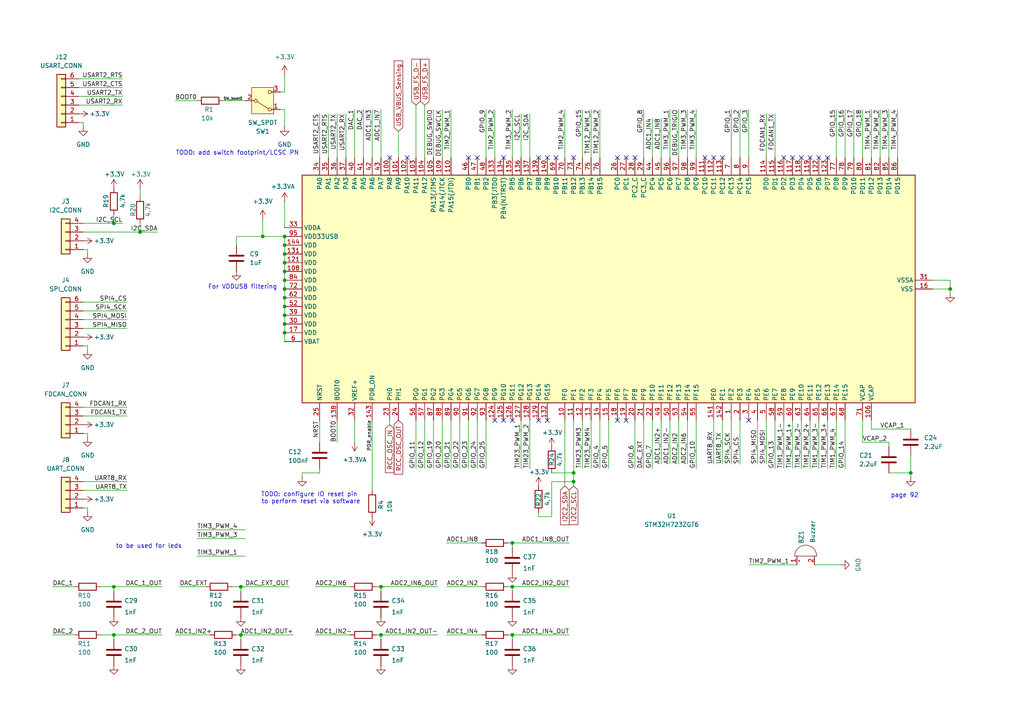
<source format=kicad_sch>
(kicad_sch (version 20231120) (generator "eeschema") (generator_version "8.0")
  (paper "A4")
  (junction (at 82.55 86.36))
  (junction (at 148.59 157.48))
  (junction (at 82.55 96.52))
  (junction (at 82.55 78.74))
  (junction (at 82.55 93.98))
  (junction (at 82.55 73.66))
  (junction (at 82.55 81.28))
  (junction (at 76.2 68.58))
  (junction (at 69.85 184.15))
  (junction (at 82.55 83.82))
  (junction (at 82.55 88.9))
  (junction (at 82.55 91.44))
  (junction (at 148.59 170.18))
  (junction (at 40.64 67.31))
  (junction (at 275.59 83.82))
  (junction (at 33.02 170.18))
  (junction (at 166.37 137.16))
  (junction (at 33.02 64.77))
  (junction (at 82.55 68.58))
  (junction (at 33.02 184.15))
  (junction (at 166.37 139.7))
  (junction (at 110.49 184.15))
  (junction (at 69.85 170.18))
  (junction (at 82.55 76.2))
  (junction (at 110.49 170.18))
  (junction (at 82.55 71.12))
  (junction (at 264.16 137.16))
  (junction (at 148.59 184.15))
  (no_connect (at 181.61 45.72))
  (no_connect (at 237.49 45.72))
  (no_connect (at 146.05 121.92))
  (no_connect (at 138.43 45.72))
  (no_connect (at 232.41 45.72))
  (no_connect (at 161.29 45.72))
  (no_connect (at 240.03 45.72))
  (no_connect (at 156.21 121.92))
  (no_connect (at 158.75 45.72))
  (no_connect (at 179.07 121.92))
  (no_connect (at 184.15 45.72))
  (no_connect (at 118.11 45.72))
  (no_connect (at 207.01 45.72))
  (no_connect (at 156.21 45.72))
  (no_connect (at 204.47 45.72))
  (no_connect (at 229.87 45.72))
  (no_connect (at 146.05 45.72))
  (no_connect (at 209.55 45.72))
  (no_connect (at 179.07 45.72))
  (no_connect (at 148.59 121.92))
  (no_connect (at 217.17 121.92))
  (no_connect (at 227.33 45.72))
  (no_connect (at 234.95 45.72))
  (no_connect (at 113.03 45.72))
  (no_connect (at 143.51 121.92))
  (no_connect (at 158.75 121.92))
  (no_connect (at 181.61 121.92))
  (no_connect (at 166.37 45.72))
  (no_connect (at 135.89 45.72))
  (wire (pts (xy 67.31 241.3) (xy 67.31 255.27)))
  (wire (pts (xy 91.44 184.15) (xy 101.6 184.15)))
  (wire (pts (xy 36.83 139.7) (xy 24.13 139.7)))
  (wire (pts (xy 129.54 170.18) (xy 139.7 170.18)))
  (wire (pts (xy 71.12 273.05) (xy 71.12 287.02)))
  (wire (pts (xy 177.8 273.05) (xy 177.8 287.02)))
  (wire (pts (xy 57.15 161.29) (xy 71.12 161.29)))
  (wire (pts (xy 151.13 121.92) (xy 151.13 135.89)))
  (wire (pts (xy 264.16 138.43) (xy 264.16 137.16)))
  (wire (pts (xy 160.02 139.7) (xy 160.02 149.86)))
  (wire (pts (xy 186.69 121.92) (xy 186.69 135.89)))
  (wire (pts (xy 97.79 45.72) (xy 97.79 33.02)))
  (wire (pts (xy 110.49 184.15) (xy 127 184.15)))
  (wire (pts (xy 212.09 241.3) (xy 212.09 255.27)))
  (wire (pts (xy 76.2 273.05) (xy 76.2 287.02)))
  (wire (pts (xy 182.88 273.05) (xy 182.88 287.02)))
  (wire (pts (xy 153.67 121.92) (xy 153.67 135.89)))
  (wire (pts (xy 212.09 134.62) (xy 212.09 121.92)))
  (wire (pts (xy 105.41 31.75) (xy 105.41 45.72)))
  (wire (pts (xy 171.45 31.75) (xy 171.45 45.72)))
  (wire (pts (xy 227.33 121.92) (xy 227.33 135.89)))
  (wire (pts (xy 175.26 273.05) (xy 175.26 287.02)))
  (wire (pts (xy 168.91 121.92) (xy 168.91 135.89)))
  (wire (pts (xy 222.25 33.02) (xy 222.25 45.72)))
  (wire (pts (xy 76.2 68.58) (xy 82.55 68.58)))
  (wire (pts (xy 189.23 34.29) (xy 189.23 45.72)))
  (wire (pts (xy 66.04 273.05) (xy 66.04 287.02)))
  (wire (pts (xy 167.64 273.05) (xy 167.64 287.02)))
  (wire (pts (xy 64.77 241.3) (xy 64.77 255.27)))
  (wire (pts (xy 57.15 153.67) (xy 71.12 153.67)))
  (wire (pts (xy 73.66 273.05) (xy 73.66 287.02)))
  (wire (pts (xy 15.24 170.18) (xy 21.59 170.18)))
  (wire (pts (xy 82.55 73.66) (xy 82.55 76.2)))
  (wire (pts (xy 264.16 137.16) (xy 264.16 132.08)))
  (wire (pts (xy 111.76 273.05) (xy 111.76 287.02)))
  (wire (pts (xy 173.99 31.75) (xy 173.99 45.72)))
  (wire (pts (xy 148.59 184.15) (xy 165.1 184.15)))
  (wire (pts (xy 82.55 81.28) (xy 82.55 83.82)))
  (wire (pts (xy 60.96 273.05) (xy 60.96 287.02)))
  (wire (pts (xy 160.02 149.86) (xy 156.21 149.86)))
  (wire (pts (xy 217.17 31.75) (xy 217.17 45.72)))
  (wire (pts (xy 260.35 31.75) (xy 260.35 45.72)))
  (wire (pts (xy 91.44 170.18) (xy 101.6 170.18)))
  (wire (pts (xy 257.81 128.27) (xy 257.81 129.54)))
  (wire (pts (xy 82.55 78.74) (xy 82.55 81.28)))
  (wire (pts (xy 92.71 121.92) (xy 92.71 128.27)))
  (wire (pts (xy 184.15 121.92) (xy 184.15 135.89)))
  (wire (pts (xy 68.58 68.58) (xy 68.58 71.12)))
  (wire (pts (xy 257.81 128.27) (xy 250.19 128.27)))
  (wire (pts (xy 148.59 157.48) (xy 148.59 158.75)))
  (wire (pts (xy 245.11 31.75) (xy 245.11 45.72)))
  (wire (pts (xy 147.32 157.48) (xy 148.59 157.48)))
  (wire (pts (xy 163.83 31.75) (xy 163.83 45.72)))
  (wire (pts (xy 97.79 121.92) (xy 97.79 128.27)))
  (wire (pts (xy 36.83 87.63) (xy 24.13 87.63)))
  (wire (pts (xy 130.81 121.92) (xy 130.81 135.89)))
  (wire (pts (xy 25.4 72.39) (xy 24.13 72.39)))
  (wire (pts (xy 129.54 157.48) (xy 139.7 157.48)))
  (wire (pts (xy 130.81 241.3) (xy 130.81 255.27)))
  (wire (pts (xy 87.63 137.16) (xy 87.63 138.43)))
  (wire (pts (xy 217.17 163.83) (xy 231.14 163.83)))
  (wire (pts (xy 128.27 241.3) (xy 128.27 255.27)))
  (wire (pts (xy 63.5 273.05) (xy 63.5 287.02)))
  (wire (pts (xy 132.08 273.05) (xy 132.08 285.75)))
  (wire (pts (xy 107.95 31.75) (xy 107.95 45.72)))
  (wire (pts (xy 166.37 137.16) (xy 166.37 121.92)))
  (wire (pts (xy 69.85 170.18) (xy 69.85 171.45)))
  (wire (pts (xy 236.22 163.83) (xy 243.84 163.83)))
  (wire (pts (xy 36.83 118.11) (xy 24.13 118.11)))
  (wire (pts (xy 24.13 64.77) (xy 33.02 64.77)))
  (wire (pts (xy 125.73 31.75) (xy 125.73 45.72)))
  (wire (pts (xy 224.79 121.92) (xy 224.79 135.89)))
  (wire (pts (xy 135.89 121.92) (xy 135.89 135.89)))
  (wire (pts (xy 91.44 273.05) (xy 91.44 287.02)))
  (wire (pts (xy 191.77 34.29) (xy 191.77 45.72)))
  (wire (pts (xy 22.86 22.86) (xy 35.56 22.86)))
  (wire (pts (xy 67.31 170.18) (xy 69.85 170.18)))
  (wire (pts (xy 143.51 31.75) (xy 143.51 45.72)))
  (wire (pts (xy 33.02 184.15) (xy 33.02 185.42)))
  (wire (pts (xy 33.02 170.18) (xy 33.02 171.45)))
  (wire (pts (xy 139.7 273.05) (xy 139.7 287.02)))
  (wire (pts (xy 71.12 29.21) (xy 64.77 29.21)))
  (wire (pts (xy 270.51 83.82) (xy 275.59 83.82)))
  (wire (pts (xy 78.74 273.05) (xy 78.74 287.02)))
  (wire (pts (xy 120.65 121.92) (xy 120.65 135.89)))
  (wire (pts (xy 232.41 121.92) (xy 232.41 135.89)))
  (wire (pts (xy 36.83 90.17) (xy 24.13 90.17)))
  (wire (pts (xy 110.49 31.75) (xy 110.49 45.72)))
  (wire (pts (xy 240.03 121.92) (xy 240.03 135.89)))
  (wire (pts (xy 120.65 241.3) (xy 120.65 255.27)))
  (wire (pts (xy 106.68 273.05) (xy 106.68 287.02)))
  (wire (pts (xy 191.77 121.92) (xy 191.77 134.62)))
  (wire (pts (xy 22.86 25.4) (xy 35.56 25.4)))
  (wire (pts (xy 214.63 134.62) (xy 214.63 121.92)))
  (wire (pts (xy 140.97 121.92) (xy 140.97 135.89)))
  (wire (pts (xy 245.11 121.92) (xy 245.11 135.89)))
  (wire (pts (xy 186.69 31.75) (xy 186.69 45.72)))
  (wire (pts (xy 113.03 123.19) (xy 113.03 121.92)))
  (wire (pts (xy 176.53 121.92) (xy 176.53 135.89)))
  (wire (pts (xy 25.4 148.59) (xy 25.4 147.32)))
  (wire (pts (xy 148.59 157.48) (xy 165.1 157.48)))
  (wire (pts (xy 255.27 31.75) (xy 255.27 45.72)))
  (wire (pts (xy 82.55 31.75) (xy 81.28 31.75)))
  (wire (pts (xy 82.55 76.2) (xy 82.55 78.74)))
  (wire (pts (xy 33.02 170.18) (xy 46.99 170.18)))
  (wire (pts (xy 59.69 241.3) (xy 59.69 255.27)))
  (wire (pts (xy 194.31 121.92) (xy 194.31 134.62)))
  (wire (pts (xy 196.85 31.75) (xy 196.85 45.72)))
  (wire (pts (xy 115.57 38.1) (xy 115.57 45.72)))
  (wire (pts (xy 110.49 170.18) (xy 127 170.18)))
  (wire (pts (xy 275.59 81.28) (xy 275.59 83.82)))
  (wire (pts (xy 36.83 142.24) (xy 24.13 142.24)))
  (wire (pts (xy 69.85 184.15) (xy 69.85 185.42)))
  (wire (pts (xy 201.93 241.3) (xy 201.93 255.27)))
  (wire (pts (xy 82.55 21.59) (xy 82.55 26.67)))
  (wire (pts (xy 209.55 241.3) (xy 209.55 255.27)))
  (wire (pts (xy 242.57 121.92) (xy 242.57 135.89)))
  (wire (pts (xy 204.47 241.3) (xy 204.47 255.27)))
  (wire (pts (xy 196.85 121.92) (xy 196.85 134.62)))
  (wire (pts (xy 199.39 121.92) (xy 199.39 134.62)))
  (wire (pts (xy 156.21 149.86) (xy 156.21 148.59)))
  (wire (pts (xy 69.85 170.18) (xy 83.82 170.18)))
  (wire (pts (xy 148.59 170.18) (xy 148.59 171.45)))
  (wire (pts (xy 82.55 58.42) (xy 82.55 66.04)))
  (wire (pts (xy 201.93 121.92) (xy 201.93 135.89)))
  (wire (pts (xy 252.73 31.75) (xy 252.73 45.72)))
  (wire (pts (xy 110.49 184.15) (xy 110.49 185.42)))
  (wire (pts (xy 207.01 121.92) (xy 207.01 134.62)))
  (wire (pts (xy 109.22 170.18) (xy 110.49 170.18)))
  (wire (pts (xy 168.91 31.75) (xy 168.91 45.72)))
  (wire (pts (xy 130.81 31.75) (xy 130.81 45.72)))
  (wire (pts (xy 36.83 92.71) (xy 24.13 92.71)))
  (wire (pts (xy 143.51 241.3) (xy 143.51 255.27)))
  (wire (pts (xy 137.16 273.05) (xy 137.16 285.75)))
  (wire (pts (xy 189.23 121.92) (xy 189.23 135.89)))
  (wire (pts (xy 129.54 273.05) (xy 129.54 285.75)))
  (wire (pts (xy 125.73 121.92) (xy 125.73 135.89)))
  (wire (pts (xy 147.32 170.18) (xy 148.59 170.18)))
  (wire (pts (xy 88.9 273.05) (xy 88.9 287.02)))
  (wire (pts (xy 212.09 31.75) (xy 212.09 45.72)))
  (wire (pts (xy 214.63 31.75) (xy 214.63 45.72)))
  (wire (pts (xy 33.02 64.77) (xy 35.56 64.77)))
  (wire (pts (xy 100.33 241.3) (xy 100.33 255.27)))
  (wire (pts (xy 58.42 273.05) (xy 58.42 287.02)))
  (wire (pts (xy 50.8 184.15) (xy 60.96 184.15)))
  (wire (pts (xy 92.71 137.16) (xy 92.71 135.89)))
  (wire (pts (xy 25.4 125.73) (xy 24.13 125.73)))
  (wire (pts (xy 24.13 36.83) (xy 24.13 35.56)))
  (wire (pts (xy 100.33 45.72) (xy 100.33 33.02)))
  (wire (pts (xy 68.58 273.05) (xy 68.58 287.02)))
  (wire (pts (xy 102.87 128.27) (xy 102.87 121.92)))
  (wire (pts (xy 207.01 241.3) (xy 207.01 255.27)))
  (wire (pts (xy 224.79 33.02) (xy 224.79 45.72)))
  (wire (pts (xy 214.63 241.3) (xy 214.63 255.27)))
  (wire (pts (xy 171.45 121.92) (xy 171.45 135.89)))
  (wire (pts (xy 247.65 31.75) (xy 247.65 45.72)))
  (wire (pts (xy 109.22 273.05) (xy 109.22 287.02)))
  (wire (pts (xy 123.19 121.92) (xy 123.19 135.89)))
  (wire (pts (xy 82.55 36.83) (xy 82.55 31.75)))
  (wire (pts (xy 165.1 273.05) (xy 165.1 287.02)))
  (wire (pts (xy 102.87 31.75) (xy 102.87 45.72)))
  (wire (pts (xy 201.93 31.75) (xy 201.93 45.72)))
  (wire (pts (xy 15.24 184.15) (xy 21.59 184.15)))
  (wire (pts (xy 114.3 273.05) (xy 114.3 287.02)))
  (wire (pts (xy 199.39 241.3) (xy 199.39 255.27)))
  (wire (pts (xy 81.28 26.67) (xy 82.55 26.67)))
  (wire (pts (xy 125.73 241.3) (xy 125.73 255.27)))
  (wire (pts (xy 29.21 170.18) (xy 33.02 170.18)))
  (wire (pts (xy 95.25 45.72) (xy 95.25 33.02)))
  (wire (pts (xy 166.37 139.7) (xy 166.37 137.16)))
  (wire (pts (xy 173.99 241.3) (xy 173.99 255.27)))
  (wire (pts (xy 124.46 273.05) (xy 124.46 287.02)))
  (wire (pts (xy 24.13 67.31) (xy 40.64 67.31)))
  (wire (pts (xy 40.64 67.31) (xy 45.72 67.31)))
  (wire (pts (xy 250.19 128.27) (xy 250.19 121.92)))
  (wire (pts (xy 76.2 63.5) (xy 76.2 68.58)))
  (wire (pts (xy 234.95 121.92) (xy 234.95 135.89)))
  (wire (pts (xy 33.02 184.15) (xy 46.99 184.15)))
  (wire (pts (xy 92.71 45.72) (xy 92.71 33.02)))
  (wire (pts (xy 82.55 96.52) (xy 82.55 99.06)))
  (wire (pts (xy 148.59 243.84) (xy 148.59 255.27)))
  (wire (pts (xy 134.62 273.05) (xy 134.62 285.75)))
  (wire (pts (xy 109.22 184.15) (xy 110.49 184.15)))
  (wire (pts (xy 82.55 71.12) (xy 82.55 73.66)))
  (wire (pts (xy 252.73 124.46) (xy 264.16 124.46)))
  (wire (pts (xy 25.4 147.32) (xy 24.13 147.32)))
  (wire (pts (xy 52.07 170.18) (xy 59.69 170.18)))
  (wire (pts (xy 120.65 30.48) (xy 120.65 45.72)))
  (wire (pts (xy 128.27 121.92) (xy 128.27 135.89)))
  (wire (pts (xy 82.55 91.44) (xy 82.55 93.98)))
  (wire (pts (xy 69.85 184.15) (xy 85.09 184.15)))
  (wire (pts (xy 148.59 170.18) (xy 165.1 170.18)))
  (wire (pts (xy 110.49 170.18) (xy 110.49 171.45)))
  (wire (pts (xy 166.37 139.7) (xy 160.02 139.7)))
  (wire (pts (xy 194.31 31.75) (xy 194.31 45.72)))
  (wire (pts (xy 148.59 31.75) (xy 148.59 45.72)))
  (wire (pts (xy 180.34 273.05) (xy 180.34 287.02)))
  (wire (pts (xy 257.81 31.75) (xy 257.81 45.72)))
  (wire (pts (xy 237.49 121.92) (xy 237.49 135.89)))
  (wire (pts (xy 172.72 273.05) (xy 172.72 287.02)))
  (wire (pts (xy 151.13 33.02) (xy 151.13 45.72)))
  (wire (pts (xy 24.13 35.56) (xy 22.86 35.56)))
  (wire (pts (xy 153.67 33.02) (xy 153.67 45.72)))
  (wire (pts (xy 217.17 241.3) (xy 217.17 255.27)))
  (wire (pts (xy 25.4 100.33) (xy 24.13 100.33)))
  (wire (pts (xy 229.87 121.92) (xy 229.87 135.89)))
  (wire (pts (xy 160.02 137.16) (xy 166.37 137.16)))
  (wire (pts (xy 107.95 121.92) (xy 107.95 142.24)))
  (wire (pts (xy 242.57 31.75) (xy 242.57 45.72)))
  (wire (pts (xy 252.73 124.46) (xy 252.73 121.92)))
  (wire (pts (xy 36.83 120.65) (xy 24.13 120.65)))
  (wire (pts (xy 275.59 83.82) (xy 275.59 85.09)))
  (wire (pts (xy 76.2 68.58) (xy 68.58 68.58)))
  (wire (pts (xy 82.55 68.58) (xy 82.55 71.12)))
  (wire (pts (xy 129.54 184.15) (xy 139.7 184.15)))
  (wire (pts (xy 123.19 30.48) (xy 123.19 45.72)))
  (wire (pts (xy 171.45 241.3) (xy 171.45 255.27)))
  (wire (pts (xy 222.25 134.62) (xy 222.25 121.92)))
  (wire (pts (xy 57.15 156.21) (xy 71.12 156.21)))
  (wire (pts (xy 138.43 121.92) (xy 138.43 135.89)))
  (wire (pts (xy 82.55 93.98) (xy 82.55 96.52)))
  (wire (pts (xy 25.4 101.6) (xy 25.4 100.33)))
  (wire (pts (xy 82.55 86.36) (xy 82.55 88.9)))
  (wire (pts (xy 50.8 29.21) (xy 57.15 29.21)))
  (wire (pts (xy 264.16 137.16) (xy 257.81 137.16)))
  (wire (pts (xy 33.02 62.23) (xy 33.02 64.77)))
  (wire (pts (xy 25.4 73.66) (xy 25.4 72.39)))
  (wire (pts (xy 133.35 121.92) (xy 133.35 135.89)))
  (wire (pts (xy 40.64 54.61) (xy 40.64 57.15)))
  (wire (pts (xy 146.05 243.84) (xy 146.05 255.27)))
  (wire (pts (xy 127 273.05) (xy 127 287.02)))
  (wire (pts (xy 163.83 140.97) (xy 163.83 121.92)))
  (wire (pts (xy 22.86 27.94) (xy 35.56 27.94)))
  (wire (pts (xy 140.97 45.72) (xy 140.97 31.75)))
  (wire (pts (xy 128.27 31.75) (xy 128.27 45.72)))
  (wire (pts (xy 250.19 31.75) (xy 250.19 45.72)))
  (wire (pts (xy 219.71 134.62) (xy 219.71 121.92)))
  (wire (pts (xy 170.18 273.05) (xy 170.18 287.02)))
  (wire (pts (xy 36.83 95.25) (xy 24.13 95.25)))
  (wire (pts (xy 25.4 127) (xy 25.4 125.73)))
  (wire (pts (xy 166.37 140.97) (xy 166.37 139.7)))
  (wire (pts (xy 40.64 67.31) (xy 40.64 64.77)))
  (wire (pts (xy 209.55 121.92) (xy 209.55 134.62)))
  (wire (pts (xy 199.39 31.75) (xy 199.39 45.72)))
  (wire (pts (xy 147.32 184.15) (xy 148.59 184.15)))
  (wire (pts (xy 29.21 184.15) (xy 33.02 184.15)))
  (wire (pts (xy 87.63 137.16) (xy 92.71 137.16)))
  (wire (pts (xy 173.99 121.92) (xy 173.99 135.89)))
  (wire (pts (xy 162.56 273.05) (xy 162.56 287.02)))
  (wire (pts (xy 68.58 184.15) (xy 69.85 184.15)))
  (wire (pts (xy 105.41 241.3) (xy 105.41 255.27)))
  (wire (pts (xy 62.23 241.3) (xy 62.23 255.27)))
  (wire (pts (xy 82.55 88.9) (xy 82.55 91.44)))
  (wire (pts (xy 148.59 184.15) (xy 148.59 185.42)))
  (wire (pts (xy 121.92 273.05) (xy 121.92 287.02)))
  (wire (pts (xy 168.91 241.3) (xy 168.91 255.27)))
  (wire (pts (xy 270.51 81.28) (xy 275.59 81.28)))
  (wire (pts (xy 22.86 30.48) (xy 35.56 30.48)))
  (wire (pts (xy 82.55 83.82) (xy 82.55 86.36)))
  (text "TODO: configure IO reset pin \nto perform reset via software" (at 90.17 144.526 0) (effects (font (size 1.27 1.27))))
  (text "TODO: add switch footprint/LCSC PN" (at 68.834 44.45 0) (effects (font (size 1.27 1.27))))
  (text "24" (at 215.392 263.906 0) (effects (font (size 1.27 1.27))))
  (text "to be used for leds" (at 43.18 158.496 0) (effects (font (size 1.27 1.27))))
  (text "For VDDUSB filtering" (at 70.358 83.312 0) (effects (font (size 1.27 1.27))))
  (text "32" (at 166.37 293.37 0) (effects (font (size 1.27 1.27))))
  (text "TODO: remove GPIOs, to bring total count down to 40" (at 223.52 278.384 0) (effects (font (size 1.27 1.27))))
  (text "page 92\n" (at 262.382 143.764 0) (effects (font (size 1.27 1.27))))
  (label "ADC2_IN2" (at 129.54 170.18 0))
  (label "TIM23_PWM_1" (at 88.9 287.02 90))
  (label "ADC1_IN8_OUT" (at 165.1 157.48 180))
  (label "ADC1_IN8" (at 129.54 157.48 0))
  (label "ADC1_IN2_OUT+" (at 85.09 184.15 180))
  (label "GPIO_5" (at 176.53 135.89 90))
  (label "TIM2_PWM_4" (at 163.83 31.75 270))
  (label "USART2_CTS" (at 35.56 25.4 180))
  (label "TIM3_PWM_3" (at 57.15 156.21 0))
  (label "ADC1_IN4_OUT" (at 165.1 184.15 180))
  (label "GPIO_9" (at 140.97 31.75 270))
  (label "TIM23_PWM_2" (at 153.67 135.89 90))
  (label "TIM1_PWM_1+" (at 167.64 287.02 90))
  (label "TIM1_PWM_1-" (at 227.33 135.89 90))
  (label "GPIO_18" (at 207.01 241.3 270))
  (label "GPIO_19" (at 63.5 287.02 90))
  (label "UART8_RX" (at 207.01 134.62 90))
  (label "GPIO_17" (at 247.65 31.75 270))
  (label "TIM23_PWM3" (at 168.91 135.89 90))
  (label "TIM1_PWM_2+" (at 172.72 287.02 90))
  (label "BOOT0" (at 50.8 29.21 0))
  (label "BOOT0" (at 97.79 128.27 90))
  (label "VCAP_2" (at 250.19 128.27 0))
  (label "GPIO_7" (at 189.23 135.89 90))
  (label "ADC1_IN2_OUT-" (at 127 184.15 180))
  (label "GPIO_7" (at 127 287.02 90))
  (label "UART8_TX" (at 209.55 134.62 90))
  (label "GPIO_22" (at 71.12 287.02 90))
  (label "SPI4_MISO" (at 36.83 95.25 180))
  (label "TIM1_PWM_1+" (at 229.87 135.89 90))
  (label "GPIO_16" (at 245.11 31.75 270))
  (label "TIM1_PWM_2-" (at 232.41 135.89 90))
  (label "I2C_SCL" (at 35.56 64.77 180))
  (label "GPIO_19" (at 125.73 135.89 90))
  (label "GPIO_3" (at 217.17 31.75 270))
  (label "GPIO_21" (at 68.58 287.02 90))
  (label "ADC1_IN2+" (at 50.8 184.15 0))
  (label "GPIO_12" (at 60.96 287.02 90))
  (label "TIM1_PWM_4" (at 242.57 135.89 90))
  (label "SW_boot0" (at 64.77 29.21 0) (effects (font (size 0.762 0.762))))
  (label "ADC2_IN6" (at 91.44 170.18 0))
  (label "GPIO_23" (at 135.89 135.89 90))
  (label "GPIO_21" (at 130.81 135.89 90))
  (label "DAC_EXT" (at 124.46 287.02 90))
  (label "TIM23_PWM_2" (at 91.44 287.02 90))
  (label "FDCAN1_TX" (at 224.79 33.02 270))
  (label "GPIO_9" (at 100.33 241.3 270))
  (label "GPIO_14" (at 182.88 287.02 90))
  (label "TIM4_PWM_2" (at 255.27 31.75 270))
  (label "GPIO_20" (at 66.04 287.02 90))
  (label "DAC_2" (at 15.24 184.15 0))
  (label "ADC1_IN2-" (at 132.08 285.75 90))
  (label "GPIO_2" (at 171.45 241.3 270))
  (label "UART8_RX" (at 36.83 139.7 180))
  (label "ADC2_IN2" (at 196.85 134.62 90))
  (label "SPI4_SCK" (at 36.83 90.17 180))
  (label "NRST" (at 92.71 127 90))
  (label "TIM4_PWM_4" (at 217.17 241.3 270))
  (label "GPIO_4" (at 173.99 135.89 90))
  (label "TIM4_PWM_1" (at 252.73 31.75 270))
  (label "GPIO_25" (at 140.97 135.89 90))
  (label "ADC2_IN6" (at 199.39 134.62 90))
  (label "GPIO_3" (at 173.99 241.3 270))
  (label "GPIO_6" (at 184.15 135.89 90))
  (label "TIM12_PWM_1" (at 128.27 241.3 270))
  (label "GPIO_2" (at 214.63 31.75 270))
  (label "TIM4_PWM_3" (at 214.63 241.3 270))
  (label "ADC1_IN8" (at 148.59 243.84 270))
  (label "TIM2_PWM_1" (at 217.17 163.83 0))
  (label "GPIO_10" (at 139.7 287.02 90))
  (label "TIM3_PWM_1" (at 57.15 161.29 0))
  (label "PDR_enable" (at 107.95 130.81 90) (effects (font (size 1.016 1.016))))
  (label "TIM12_PWM_2" (at 130.81 241.3 270))
  (label "TIM12_PWM_1" (at 171.45 31.75 270))
  (label "GPIO_23" (at 73.66 287.02 90))
  (label "TIM4_PWM_3" (at 257.81 31.75 270))
  (label "FDCAN1_TX" (at 36.83 120.65 180))
  (label "FDCAN1_RX" (at 36.83 118.11 180))
  (label "I2C_SDA" (at 45.72 67.31 180))
  (label "GPIO_24" (at 138.43 135.89 90))
  (label "ADC1_IN4" (at 129.54 184.15 0))
  (label "ADC1_IN2+" (at 129.54 285.75 90))
  (label "I2C_SDA" (at 153.67 33.02 270))
  (label "GPIO_25" (at 78.74 287.02 90))
  (label "TIM23_PWM_1" (at 151.13 135.89 90))
  (label "TIM2_PWM_1" (at 130.81 31.75 270))
  (label "SPI4_MISO" (at 219.71 134.62 90))
  (label "DAC_EXT" (at 186.69 135.89 90))
  (label "TIM3_PWM_2" (at 105.41 241.3 270))
  (label "GPIO_11" (at 58.42 287.02 90))
  (label "GPIO_8" (at 186.69 31.75 270))
  (label "ADC1_IN7" (at 110.49 31.75 270))
  (label "TIM23_PWM3" (at 106.68 287.02 90))
  (label "DEBUG_SWCLK" (at 128.27 31.75 270))
  (label "TIM2_PWM_2" (at 143.51 31.75 270))
  (label "TIM1_PWM_3+" (at 240.03 135.89 90))
  (label "DAC_1" (at 59.69 241.3 270))
  (label "TIM3_PWM_1" (at 194.31 31.75 270))
  (label "DAC_EXT_OUT" (at 83.82 170.18 180))
  (label "TIM1_PWM_3-" (at 175.26 287.02 90))
  (label "GPIO_6" (at 121.92 287.02 90))
  (label "GPIO_5" (at 114.3 287.02 90))
  (label "ADC1_IN3" (at 64.77 241.3 270))
  (label "GPIO_10" (at 201.93 135.89 90))
  (label "GPIO_13" (at 162.56 287.02 90))
  (label "GPIO_18" (at 250.19 31.75 270))
  (label "USART2_CTS" (at 92.71 33.02 270))
  (label "TIM3_PWM_4" (at 201.93 31.75 270))
  (label "GPIO_15" (at 168.91 31.75 270))
  (label "VCAP_1" (at 255.27 124.46 0))
  (label "SPI4_MOSI" (at 36.83 92.71 180))
  (label "DAC_2_OUT" (at 46.99 184.15 180))
  (label "ADC1_IN7" (at 67.31 241.3 270))
  (label "ADC1_IN4" (at 189.23 34.29 270))
  (label "GPIO_17" (at 204.47 241.3 270))
  (label "DAC_1" (at 102.87 31.75 270))
  (label "DAC_1_OUT" (at 46.99 170.18 180))
  (label "SPI4_CS" (at 36.83 87.63 180))
  (label "DAC_EXT" (at 52.07 170.18 0))
  (label "DAC_2" (at 62.23 241.3 270))
  (label "DEBUG_SWDIO" (at 125.73 31.75 270))
  (label "TIM3_PWM_3" (at 199.39 31.75 270))
  (label "UART8_TX" (at 36.83 142.24 180))
  (label "GPIO_1" (at 168.91 241.3 270))
  (label "TIM4_PWM_4" (at 260.35 31.75 270))
  (label "TIM4_PWM_2" (at 212.09 241.3 270))
  (label "TIM4_PWM_1" (at 209.55 241.3 270))
  (label "TIM12_PWM_2" (at 173.99 31.75 270))
  (label "ADC2_IN6" (at 137.16 285.75 90))
  (label "TIM3_PWM_4" (at 57.15 153.67 0))
  (label "ADC1_IN3" (at 107.95 31.75 270))
  (label "GPIO_24" (at 76.2 287.02 90))
  (label "GPIO_16" (at 201.93 241.3 270))
  (label "USART2_RTS" (at 35.56 22.86 180))
  (label "GPIO_15" (at 242.57 31.75 270))
  (label "GPIO_22" (at 133.35 135.89 90))
  (label "USART2_RX" (at 100.33 33.02 270))
  (label "ADC1_IN2+" (at 191.77 134.62 90))
  (label "TIM1_PWM_4" (at 180.34 287.02 90))
  (label "GPIO_13" (at 224.79 135.89 90))
  (label "SPI4_MOSI" (at 222.25 134.62 90))
  (label "USART2_RX" (at 35.56 30.48 180))
  (label "GPIO_8" (at 143.51 241.3 270))
  (label "GPIO_11" (at 120.65 135.89 90))
  (label "I2C_SCL" (at 151.13 33.02 270))
  (label "ADC2_IN2" (at 134.62 285.75 90))
  (label "FDCAN1_RX" (at 222.25 33.02 270))
  (label "SPI4_CS" (at 214.63 134.62 90))
  (label "DAC_1" (at 15.24 170.18 0))
  (label "TIM1_PWM_1-" (at 165.1 287.02 90))
  (label "USART2_RTS" (at 95.25 33.02 270))
  (label "TIM1_PWM_2+" (at 234.95 135.89 90))
  (label "TIM2_PWM_4" (at 120.65 241.3 270))
  (label "ADC2_IN6_OUT" (at 127 170.18 180))
  (label "TIM3_PWM_2" (at 148.59 31.75 270))
  (label "GPIO_15" (at 125.73 241.3 270))
  (label "ADC1_IN2-" (at 194.31 134.62 90))
  (label "GPIO_12" (at 123.19 135.89 90))
  (label "ADC1_IN8" (at 191.77 34.29 270))
  (label "TIM23_PWM4" (at 171.45 135.89 90))
  (label "GPIO_15" (at 199.39 241.3 270))
  (label "DEBUG_TRIGIO" (at 196.85 31.75 270))
  (label "TIM1_PWM_3-" (at 237.49 135.89 90))
  (label "TIM1_PWM_2-" (at 170.18 287.02 90))
  (label "USART2_TX" (at 97.79 33.02 270))
  (label "TIM1_PWM_3+" (at 177.8 287.02 90))
  (label "TIM23_PWM4" (at 109.22 287.02 90))
  (label "DAC_2" (at 105.41 31.75 270))
  (label "ADC2_IN2_OUT" (at 165.1 170.18 180))
  (label "GPIO_4" (at 111.76 287.02 90))
  (label "GPIO_20" (at 128.27 135.89 90))
  (label "SPI4_SCK" (at 212.09 134.62 90))
  (label "ADC1_IN4" (at 146.05 243.84 270))
  (label "ADC1_IN2-" (at 91.44 184.15 0))
  (label "GPIO_14" (at 245.11 135.89 90))
  (label "USART2_TX" (at 35.56 27.94 180))
  (label "GPIO_1" (at 212.09 31.75 270))
  (global_label "RCC_OSC_OUT" (shape input) (at 115.57 121.92 270) (property "Intersheetrefs" "${INTERSHEET_REFS}" (effects (hide yes))))
  (global_label "RCC_OSC_IN" (shape input) (at 113.03 123.19 270) (property "Intersheetrefs" "${INTERSHEET_REFS}" (effects (hide yes))))
  (global_label "USB_VBUS_Sensing" (shape input) (at 115.57 38.1 90) (property "Intersheetrefs" "${INTERSHEET_REFS}" (effects (hide yes))))
  (global_label "USB_FS_D+" (shape input) (at 123.19 30.48 90) (property "Intersheetrefs" "${INTERSHEET_REFS}" (effects (hide yes))))
  (global_label "USB_FS_D-" (shape input) (at 120.65 30.48 90) (property "Intersheetrefs" "${INTERSHEET_REFS}" (effects (hide yes))))
  (global_label "I2C2_SCL" (shape input) (at 166.37 140.97 270) (property "Intersheetrefs" "${INTERSHEET_REFS}" (effects (hide yes))))
  (global_label "I2C2_SDA" (shape input) (at 163.83 140.97 270) (property "Intersheetrefs" "${INTERSHEET_REFS}" (effects (hide yes))))
  (symbol (lib_id "power:GND") (at 148.59 193.04 0) (unit 1)
    (property "Reference" "#PWR45" (effects (hide yes)))
    (property "Value" "GND" (effects (hide yes)))
    (property "Description" "Power symbol creates a global label with name \"GND\" , ground" (effects (hide yes)))
  )
  (symbol (lib_id "power:+3.3V") (at 40.64 54.61 0) (unit 1)
    (property "Reference" "#PWR52" (effects (hide yes)))
    (property "Value" "+3.3V" (at 37.846 50.546 0) (effects (justify left)))
    (property "Description" "Power symbol creates a global label with name \"+3.3V\"" (effects (hide yes)))
  )
  (symbol (lib_id "power:+3.3V") (at 156.21 140.97 0) (unit 1)
    (property "Reference" "#PWR65" (effects (hide yes)))
    (property "Value" "+3.3V" (at 153.416 136.906 0) (effects (justify left)))
    (property "Description" "Power symbol creates a global label with name \"+3.3V\"" (effects (hide yes)))
  )
  (symbol (lib_id "Connector_Generic:Conn_01x20") (at 129.54 312.42 270) (unit 1)
    (property "Reference" "J11" (at 128.27 316.23 90))
    (property "Value" "Conn_01x20" (at 128.27 318.77 90))
    (property "Footprint" "Connector_PinHeader_2.54mm:PinHeader_1x20_P2.54mm_Vertical" (effects (hide yes)))
    (property "Description" "Generic connector, single row, 01x20, script generated (kicad-library-utils/schlib/autogen/connector/)" (effects (hide yes)))
  )
  (symbol (lib_id "MCU_ST_STM32H7:STM32H723ZGTx") (at 176.53 83.82 90) (unit 1)
    (property "Reference" "U1" (at 194.818 149.606 90))
    (property "Value" "STM32H723ZGT6" (at 194.818 152.146 90))
    (property "Footprint" "Package_QFP:LQFP-144_20x20mm_P0.5mm" (effects (hide yes)))
    (property "Datasheet" "https://www.st.com/resource/en/datasheet/stm32h723zg.pdf" (effects (hide yes)))
    (property "Description" "STMicroelectronics Arm Cortex-M7 MCU, 1024KB flash, 564KB RAM, 550 MHz, 1.62-3.6V, 114 GPIO, LQFP144" (effects (hide yes)))
    (property "LCSC PN" "C730146" (effects (hide yes)))
  )
  (symbol (lib_id "Device:R") (at 107.95 146.05 180) (unit 1)
    (property "Reference" "R4" (at 110.49 145.034 90) (effects (justify left)))
    (property "Value" "10k" (at 113.03 145.034 90) (effects (justify left)))
    (property "Footprint" "Resistor_SMD:R_0402_1005Metric" (effects (hide yes)))
    (property "Description" "Resistor" (effects (hide yes)))
    (property "LCSC PN" "C25744" (effects (hide yes)))
  )
  (symbol (lib_id "Device:C") (at 148.59 189.23 0) (unit 1)
    (property "Reference" "C36" (at 151.638 188.214 0) (effects (justify left)))
    (property "Value" "1nF" (at 151.638 191.516 0) (effects (justify left)))
    (property "Footprint" "Capacitor_SMD:C_0603_1608Metric" (effects (hide yes)))
    (property "Description" "Unpolarized capacitor" (effects (hide yes)))
  )
  (symbol (lib_id "Device:C") (at 68.58 74.93 0) (unit 1)
    (property "Reference" "C9" (at 72.39 73.6599 0) (effects (justify left)))
    (property "Value" "1uF" (at 72.39 76.1999 0) (effects (justify left)))
    (property "Footprint" "Capacitor_SMD:C_0603_1608Metric" (effects (hide yes)))
    (property "Description" "Unpolarized capacitor" (effects (hide yes)))
    (property "LCSC PN" "C15849" (effects (hide yes)))
  )
  (symbol (lib_id "power:GND") (at 82.55 36.83 0) (unit 1)
    (property "Reference" "#PWR5" (effects (hide yes)))
    (property "Value" "GND" (at 82.55 41.91 0))
    (property "Description" "Power symbol creates a global label with name \"GND\" , ground" (effects (hide yes)))
  )
  (symbol (lib_id "Device:C") (at 69.85 189.23 0) (unit 1)
    (property "Reference" "C32" (at 72.898 188.214 0) (effects (justify left)))
    (property "Value" "1nF" (at 72.898 191.516 0) (effects (justify left)))
    (property "Footprint" "Capacitor_SMD:C_0603_1608Metric" (effects (hide yes)))
    (property "Description" "Unpolarized capacitor" (effects (hide yes)))
  )
  (symbol (lib_id "Device:C") (at 148.59 175.26 0) (unit 1)
    (property "Reference" "C35" (at 151.638 174.244 0) (effects (justify left)))
    (property "Value" "1nF" (at 151.638 177.546 0) (effects (justify left)))
    (property "Footprint" "Capacitor_SMD:C_0603_1608Metric" (effects (hide yes)))
    (property "Description" "Unpolarized capacitor" (effects (hide yes)))
  )
  (symbol (lib_id "power:GND") (at 264.16 138.43 0) (unit 1)
    (property "Reference" "#PWR16" (effects (hide yes)))
    (property "Value" "GND" (effects (hide yes)))
    (property "Description" "Power symbol creates a global label with name \"GND\" , ground" (effects (hide yes)))
  )
  (symbol (lib_id "Device:C") (at 148.59 162.56 0) (unit 1)
    (property "Reference" "C37" (at 151.638 161.544 0) (effects (justify left)))
    (property "Value" "1nF" (at 151.638 164.846 0) (effects (justify left)))
    (property "Footprint" "Capacitor_SMD:C_0603_1608Metric" (effects (hide yes)))
    (property "Description" "Unpolarized capacitor" (effects (hide yes)))
  )
  (symbol (lib_id "power:+3.3V") (at 24.13 69.85 270) (unit 1)
    (property "Reference" "#PWR48" (effects (hide yes)))
    (property "Value" "+3.3V" (at 27.178 69.85 90) (effects (justify left)))
    (property "Description" "Power symbol creates a global label with name \"+3.3V\"" (effects (hide yes)))
  )
  (symbol (lib_id "power:+3.3V") (at 24.13 144.78 270) (unit 1)
    (property "Reference" "#PWR57" (effects (hide yes)))
    (property "Value" "+3.3V" (at 27.178 144.78 90) (effects (justify left)))
    (property "Description" "Power symbol creates a global label with name \"+3.3V\"" (effects (hide yes)))
  )
  (symbol (lib_id "Connector_Generic:Conn_01x06") (at 19.05 95.25 180) (unit 1)
    (property "Reference" "J4" (at 19.05 81.28 0))
    (property "Value" "SPI_CONN" (at 19.05 83.82 0))
    (property "Footprint" "Connector_JST:JST_PH_B6B-PH-K_1x06_P2.00mm_Vertical" (effects (hide yes)))
    (property "Description" "Generic connector, single row, 01x06, script generated (kicad-library-utils/schlib/autogen/connector/)" (effects (hide yes)))
  )
  (symbol (lib_id "power:+3.3V") (at 76.2 63.5 0) (unit 1)
    (property "Reference" "#PWR9" (effects (hide yes)))
    (property "Value" "+3.3V" (at 76.2 58.42 0))
    (property "Description" "Power symbol creates a global label with name \"+3.3V\"" (effects (hide yes)))
  )
  (symbol (lib_id "Device:R") (at 143.51 157.48 90) (unit 1)
    (property "Reference" "R18" (at 144.526 160.02 90) (effects (justify left)))
    (property "Value" "100" (at 144.526 162.56 90) (effects (justify left)))
    (property "Footprint" "Resistor_SMD:R_0402_1005Metric" (effects (hide yes)))
    (property "Description" "Resistor" (effects (hide yes)))
    (property "LCSC PN" "C25076" (effects (hide yes)))
  )
  (symbol (lib_id "Connector_Generic:Conn_01x06") (at 17.78 30.48 180) (unit 1)
    (property "Reference" "J12" (at 17.78 16.51 0))
    (property "Value" "USART_CONN" (at 17.78 19.05 0))
    (property "Footprint" "Connector_JST:JST_PH_B6B-PH-K_1x06_P2.00mm_Vertical" (effects (hide yes)))
    (property "Description" "Generic connector, single row, 01x06, script generated (kicad-library-utils/schlib/autogen/connector/)" (effects (hide yes)))
  )
  (symbol (lib_id "Connector_Generic:Conn_01x04") (at 19.05 123.19 180) (unit 1)
    (property "Reference" "J7" (at 19.05 111.76 0))
    (property "Value" "FDCAN_CONN" (at 19.05 114.3 0))
    (property "Footprint" "Connector_JST:JST_PH_B4B-PH-K_1x04_P2.00mm_Vertical" (effects (hide yes)))
    (property "Description" "Generic connector, single row, 01x04, script generated (kicad-library-utils/schlib/autogen/connector/)" (effects (hide yes)))
  )
  (symbol (lib_id "power:GND") (at 33.02 193.04 0) (unit 1)
    (property "Reference" "#PWR39" (effects (hide yes)))
    (property "Value" "GND" (effects (hide yes)))
    (property "Description" "Power symbol creates a global label with name \"GND\" , ground" (effects (hide yes)))
  )
  (symbol (lib_id "Device:R") (at 25.4 170.18 90) (unit 1)
    (property "Reference" "R10" (at 26.416 172.72 90) (effects (justify left)))
    (property "Value" "100" (at 26.416 175.26 90) (effects (justify left)))
    (property "Footprint" "Resistor_SMD:R_0402_1005Metric" (effects (hide yes)))
    (property "Description" "Resistor" (effects (hide yes)))
    (property "LCSC PN" "C25076" (effects (hide yes)))
  )
  (symbol (lib_id "power:+3.3V") (at 160.02 129.54 0) (unit 1)
    (property "Reference" "#PWR66" (effects (hide yes)))
    (property "Value" "+3.3V" (at 157.226 125.476 0) (effects (justify left)))
    (property "Description" "Power symbol creates a global label with name \"+3.3V\"" (effects (hide yes)))
  )
  (symbol (lib_id "Device:R") (at 63.5 170.18 90) (unit 1)
    (property "Reference" "R12" (at 64.516 172.72 90) (effects (justify left)))
    (property "Value" "100" (at 64.516 175.26 90) (effects (justify left)))
    (property "Footprint" "Resistor_SMD:R_0402_1005Metric" (effects (hide yes)))
    (property "Description" "Resistor" (effects (hide yes)))
    (property "LCSC PN" "C25076" (effects (hide yes)))
  )
  (symbol (lib_id "power:GND") (at 69.85 193.04 0) (unit 1)
    (property "Reference" "#PWR41" (effects (hide yes)))
    (property "Value" "GND" (effects (hide yes)))
    (property "Description" "Power symbol creates a global label with name \"GND\" , ground" (effects (hide yes)))
  )
  (symbol (lib_id "Switch:SW_SPDT") (at 76.2 29.21 0) (mirror x) (unit 1)
    (property "Reference" "SW1" (at 76.2 38.1 0))
    (property "Value" "SW_SPDT" (at 76.2 35.56 0))
    (property "Description" "Switch, single pole double throw" (effects (hide yes)))
  )
  (symbol (lib_id "Connector_Generic:Conn_01x04") (at 19.05 144.78 180) (unit 1)
    (property "Reference" "J8" (at 19.05 133.35 0))
    (property "Value" "UART_CONN" (at 19.05 135.89 0))
    (property "Footprint" "Connector_JST:JST_PH_B4B-PH-K_1x04_P2.00mm_Vertical" (effects (hide yes)))
    (property "Description" "Generic connector, single row, 01x04, script generated (kicad-library-utils/schlib/autogen/connector/)" (effects (hide yes)))
  )
  (symbol (lib_id "Device:R") (at 143.51 170.18 90) (unit 1)
    (property "Reference" "R16" (at 144.526 172.72 90) (effects (justify left)))
    (property "Value" "100" (at 144.526 175.26 90) (effects (justify left)))
    (property "Footprint" "Resistor_SMD:R_0402_1005Metric" (effects (hide yes)))
    (property "Description" "Resistor" (effects (hide yes)))
    (property "LCSC PN" "C25076" (effects (hide yes)))
  )
  (symbol (lib_id "Device:R") (at 33.02 58.42 180) (unit 1)
    (property "Reference" "R19" (at 30.734 56.388 90) (effects (justify left)))
    (property "Value" "4.7k" (at 35.56 56.134 90) (effects (justify left)))
    (property "Footprint" "Resistor_SMD:R_0402_1005Metric" (effects (hide yes)))
    (property "Description" "Resistor" (effects (hide yes)))
    (property "LCSC PN" "C25900" (effects (hide yes)))
  )
  (symbol (lib_id "Device:R") (at 105.41 170.18 90) (unit 1)
    (property "Reference" "R15" (at 106.426 172.72 90) (effects (justify left)))
    (property "Value" "100" (at 106.426 175.26 90) (effects (justify left)))
    (property "Footprint" "Resistor_SMD:R_0402_1005Metric" (effects (hide yes)))
    (property "Description" "Resistor" (effects (hide yes)))
    (property "LCSC PN" "C25076" (effects (hide yes)))
  )
  (symbol (lib_id "power:GND") (at 148.59 179.07 0) (unit 1)
    (property "Reference" "#PWR44" (effects (hide yes)))
    (property "Value" "GND" (effects (hide yes)))
    (property "Description" "Power symbol creates a global label with name \"GND\" , ground" (effects (hide yes)))
  )
  (symbol (lib_id "Connector_Generic:Conn_01x04") (at 19.05 69.85 180) (unit 1)
    (property "Reference" "J3" (at 19.05 58.42 0))
    (property "Value" "I2C_CONN" (at 19.05 60.96 0))
    (property "Footprint" "Connector_JST:JST_PH_B4B-PH-K_1x04_P2.00mm_Vertical" (effects (hide yes)))
    (property "Description" "Generic connector, single row, 01x04, script generated (kicad-library-utils/schlib/autogen/connector/)" (effects (hide yes)))
  )
  (symbol (lib_id "power:GND") (at 275.59 85.09 0) (unit 1)
    (property "Reference" "#PWR27" (effects (hide yes)))
    (property "Value" "GND" (effects (hide yes)))
    (property "Description" "Power symbol creates a global label with name \"GND\" , ground" (effects (hide yes)))
  )
  (symbol (lib_id "power:GND") (at 87.63 138.43 0) (unit 1)
    (property "Reference" "#PWR11" (effects (hide yes)))
    (property "Value" "GND" (effects (hide yes)))
    (property "Description" "Power symbol creates a global label with name \"GND\" , ground" (effects (hide yes)))
  )
  (symbol (lib_id "power:+3.3VA") (at 82.55 58.42 0) (unit 1)
    (property "Reference" "#PWR10" (effects (hide yes)))
    (property "Value" "+3.3VA" (at 82.042 54.102 0))
    (property "Description" "Power symbol creates a global label with name \"+3.3VA\"" (effects (hide yes)))
  )
  (symbol (lib_id "power:+3.3V") (at 107.95 149.86 180) (unit 1)
    (property "Reference" "#PWR37" (effects (hide yes)))
    (property "Value" "+3.3V" (at 107.95 154.94 0))
    (property "Description" "Power symbol creates a global label with name \"+3.3V\"" (effects (hide yes)))
  )
  (symbol (lib_id "power:GND") (at 25.4 101.6 0) (unit 1)
    (property "Reference" "#PWR50" (effects (hide yes)))
    (property "Value" "GND" (at 25.4 106.68 0))
    (property "Description" "Power symbol creates a global label with name \"GND\" , ground" (effects (hide yes)))
  )
  (symbol (lib_id "power:GND") (at 68.58 78.74 0) (unit 1)
    (property "Reference" "#PWR8" (effects (hide yes)))
    (property "Value" "GND" (effects (hide yes)))
    (property "Description" "Power symbol creates a global label with name \"GND\" , ground" (effects (hide yes)))
  )
  (symbol (lib_id "Device:C") (at 92.71 132.08 0) (unit 1)
    (property "Reference" "C12" (at 83.566 131.064 0) (effects (justify left)))
    (property "Value" "100nF" (at 83.566 133.604 0) (effects (justify left)))
    (property "Footprint" "Capacitor_SMD:C_0402_1005Metric" (effects (hide yes)))
    (property "Description" "Unpolarized capacitor" (effects (hide yes)))
    (property "LCSC PN" "C1525" (effects (hide yes)))
  )
  (symbol (lib_id "Device:R") (at 25.4 184.15 90) (unit 1)
    (property "Reference" "R11" (at 26.416 186.69 90) (effects (justify left)))
    (property "Value" "100" (at 26.416 189.23 90) (effects (justify left)))
    (property "Footprint" "Resistor_SMD:R_0402_1005Metric" (effects (hide yes)))
    (property "Description" "Resistor" (effects (hide yes)))
    (property "LCSC PN" "C25076" (effects (hide yes)))
  )
  (symbol (lib_id "Device:C") (at 69.85 175.26 0) (unit 1)
    (property "Reference" "C31" (at 72.898 174.244 0) (effects (justify left)))
    (property "Value" "1nF" (at 72.898 177.546 0) (effects (justify left)))
    (property "Footprint" "Capacitor_SMD:C_0603_1608Metric" (effects (hide yes)))
    (property "Description" "Unpolarized capacitor" (effects (hide yes)))
  )
  (symbol (lib_id "Device:R") (at 143.51 184.15 90) (unit 1)
    (property "Reference" "R17" (at 144.526 186.69 90) (effects (justify left)))
    (property "Value" "100" (at 144.526 189.23 90) (effects (justify left)))
    (property "Footprint" "Resistor_SMD:R_0402_1005Metric" (effects (hide yes)))
    (property "Description" "Resistor" (effects (hide yes)))
    (property "LCSC PN" "C25076" (effects (hide yes)))
  )
  (symbol (lib_id "Device:R") (at 105.41 184.15 90) (unit 1)
    (property "Reference" "R14" (at 106.426 186.69 90) (effects (justify left)))
    (property "Value" "100" (at 106.426 189.23 90) (effects (justify left)))
    (property "Footprint" "Resistor_SMD:R_0402_1005Metric" (effects (hide yes)))
    (property "Description" "Resistor" (effects (hide yes)))
    (property "LCSC PN" "C25076" (effects (hide yes)))
  )
  (symbol (lib_id "power:GND") (at 243.84 163.83 90) (unit 1)
    (property "Reference" "#PWR38" (effects (hide yes)))
    (property "Value" "GND" (at 248.92 163.83 0))
  )
  (symbol (lib_id "power:+3.3V") (at 82.55 21.59 0) (unit 1)
    (property "Reference" "#PWR4" (effects (hide yes)))
    (property "Value" "+3.3V" (at 82.55 16.51 0))
    (property "Description" "Power symbol creates a global label with name \"+3.3V\"" (effects (hide yes)))
  )
  (symbol (lib_id "Device:C") (at 110.49 175.26 0) (unit 1)
    (property "Reference" "C34" (at 113.538 174.244 0) (effects (justify left)))
    (property "Value" "1nF" (at 113.538 177.546 0) (effects (justify left)))
    (property "Footprint" "Capacitor_SMD:C_0603_1608Metric" (effects (hide yes)))
    (property "Description" "Unpolarized capacitor" (effects (hide yes)))
  )
  (symbol (lib_id "power:GND") (at 24.13 36.83 0) (unit 1)
    (property "Reference" "#PWR68" (effects (hide yes)))
    (property "Value" "GND" (at 24.13 41.91 0))
    (property "Description" "Power symbol creates a global label with name \"GND\" , ground" (effects (hide yes)))
  )
  (symbol (lib_id "power:+3.3VA") (at 102.87 128.27 180) (unit 1)
    (property "Reference" "#PWR12" (effects (hide yes)))
    (property "Value" "+3.3VA" (at 102.87 133.35 0))
    (property "Description" "Power symbol creates a global label with name \"+3.3VA\"" (effects (hide yes)))
  )
  (symbol (lib_id "power:GND") (at 33.02 179.07 0) (unit 1)
    (property "Reference" "#PWR22" (effects (hide yes)))
    (property "Value" "GND" (effects (hide yes)))
    (property "Description" "Power symbol creates a global label with name \"GND\" , ground" (effects (hide yes)))
  )
  (symbol (lib_id "Device:R") (at 40.64 60.96 180) (unit 1)
    (property "Reference" "R20" (at 38.608 58.928 90) (effects (justify left)))
    (property "Value" "4.7k" (at 42.926 58.674 90) (effects (justify left)))
    (property "Footprint" "Resistor_SMD:R_0402_1005Metric" (effects (hide yes)))
    (property "Description" "Resistor" (effects (hide yes)))
    (property "LCSC PN" "C25900" (effects (hide yes)))
  )
  (symbol (lib_id "Connector_Generic:Conn_01x20") (at 129.54 331.47 270) (unit 1)
    (property "Reference" "J10" (at 128.27 335.28 90))
    (property "Value" "Conn_01x20" (at 128.27 337.82 90))
    (property "Footprint" "Connector_PinHeader_2.54mm:PinHeader_1x20_P2.54mm_Vertical" (effects (hide yes)))
    (property "Description" "Generic connector, single row, 01x20, script generated (kicad-library-utils/schlib/autogen/connector/)" (effects (hide yes)))
  )
  (symbol (lib_id "Device:R") (at 64.77 184.15 90) (unit 1)
    (property "Reference" "R13" (at 65.786 186.69 90) (effects (justify left)))
    (property "Value" "100" (at 65.786 189.23 90) (effects (justify left)))
    (property "Footprint" "Resistor_SMD:R_0402_1005Metric" (effects (hide yes)))
    (property "Description" "Resistor" (effects (hide yes)))
    (property "LCSC PN" "C25076" (effects (hide yes)))
  )
  (symbol (lib_id "power:+3.3V") (at 24.13 123.19 270) (unit 1)
    (property "Reference" "#PWR69" (effects (hide yes)))
    (property "Value" "+3.3V" (at 27.178 123.19 90) (effects (justify left)))
    (property "Description" "Power symbol creates a global label with name \"+3.3V\"" (effects (hide yes)))
  )
  (symbol (lib_id "Device:C") (at 257.81 133.35 0) (unit 1)
    (property "Reference" "C21" (at 249.174 132.08 0) (effects (justify left)))
    (property "Value" "2.2uF" (at 249.174 134.62 0) (effects (justify left)))
    (property "Footprint" "Capacitor_SMD:C_0603_1608Metric" (effects (hide yes)))
    (property "Description" "Unpolarized capacitor" (effects (hide yes)))
    (property "LCSC PN" "C23630" (effects (hide yes)))
  )
  (symbol (lib_id "Device:Buzzer") (at 233.68 161.29 90) (unit 1)
    (property "Reference" "BZ1" (at 232.41 157.734 0) (effects (justify left)))
    (property "Value" "Buzzer" (at 235.712 157.48 0) (effects (justify left)))
    (property "Footprint" "Buzzer:YUEXIN YX-SMD5020" (effects (hide yes)))
    (property "LCSC" "C781883" (effects (hide yes)))
  )
  (symbol (lib_id "Device:R") (at 156.21 144.78 180) (unit 1)
    (property "Reference" "R22" (at 156.21 143.002 90) (effects (justify left)))
    (property "Value" "4.7k" (at 158.75 142.494 90) (effects (justify left)))
    (property "Footprint" "Resistor_SMD:R_0402_1005Metric" (effects (hide yes)))
    (property "Description" "Resistor" (effects (hide yes)))
    (property "LCSC PN" "C25900" (effects (hide yes)))
  )
  (symbol (lib_id "Device:R") (at 60.96 29.21 90) (unit 1)
    (property "Reference" "R1" (at 61.976 31.75 90) (effects (justify left)))
    (property "Value" "10k" (at 61.976 34.29 90) (effects (justify left)))
    (property "Footprint" "Resistor_SMD:R_0402_1005Metric" (effects (hide yes)))
    (property "Description" "Resistor" (effects (hide yes)))
    (property "LCSC PN" "C25744" (effects (hide yes)))
  )
  (symbol (lib_id "power:+3.3V") (at 24.13 97.79 270) (unit 1)
    (property "Reference" "#PWR49" (effects (hide yes)))
    (property "Value" "+3.3V" (at 27.178 97.79 90) (effects (justify left)))
    (property "Description" "Power symbol creates a global label with name \"+3.3V\"" (effects (hide yes)))
  )
  (symbol (lib_id "power:+3.3V") (at 33.02 54.61 0) (unit 1)
    (property "Reference" "#PWR51" (effects (hide yes)))
    (property "Value" "+3.3V" (at 30.226 50.546 0) (effects (justify left)))
    (property "Description" "Power symbol creates a global label with name \"+3.3V\"" (effects (hide yes)))
  )
  (symbol (lib_id "power:GND") (at 25.4 73.66 0) (unit 1)
    (property "Reference" "#PWR47" (effects (hide yes)))
    (property "Value" "GND" (at 25.4 78.74 0))
    (property "Description" "Power symbol creates a global label with name \"GND\" , ground" (effects (hide yes)))
  )
  (symbol (lib_id "power:GND") (at 110.49 179.07 0) (unit 1)
    (property "Reference" "#PWR43" (effects (hide yes)))
    (property "Value" "GND" (effects (hide yes)))
    (property "Description" "Power symbol creates a global label with name \"GND\" , ground" (effects (hide yes)))
  )
  (symbol (lib_id "power:+3.3V") (at 22.86 33.02 270) (unit 1)
    (property "Reference" "#PWR67" (effects (hide yes)))
    (property "Value" "+3.3V" (at 25.908 33.02 90) (effects (justify left)))
    (property "Description" "Power symbol creates a global label with name \"+3.3V\"" (effects (hide yes)))
  )
  (symbol (lib_id "Device:R") (at 160.02 133.35 180) (unit 1)
    (property "Reference" "R24" (at 160.02 131.318 90) (effects (justify left)))
    (property "Value" "4.7k" (at 162.306 131.064 90) (effects (justify left)))
    (property "Footprint" "Resistor_SMD:R_0402_1005Metric" (effects (hide yes)))
    (property "Description" "Resistor" (effects (hide yes)))
    (property "LCSC PN" "C25900" (effects (hide yes)))
  )
  (symbol (lib_id "power:GND") (at 25.4 127 0) (unit 1)
    (property "Reference" "#PWR70" (effects (hide yes)))
    (property "Value" "GND" (at 25.4 132.08 0))
    (property "Description" "Power symbol creates a global label with name \"GND\" , ground" (effects (hide yes)))
  )
  (symbol (lib_id "power:GND") (at 25.4 148.59 0) (unit 1)
    (property "Reference" "#PWR71" (effects (hide yes)))
    (property "Value" "GND" (at 25.4 153.67 0))
    (property "Description" "Power symbol creates a global label with name \"GND\" , ground" (effects (hide yes)))
  )
  (symbol (lib_id "Device:C") (at 110.49 189.23 0) (unit 1)
    (property "Reference" "C33" (at 113.538 188.214 0) (effects (justify left)))
    (property "Value" "1nF" (at 113.538 191.516 0) (effects (justify left)))
    (property "Footprint" "Capacitor_SMD:C_0603_1608Metric" (effects (hide yes)))
    (property "Description" "Unpolarized capacitor" (effects (hide yes)))
  )
  (symbol (lib_id "power:GND") (at 148.59 166.37 0) (unit 1)
    (property "Reference" "#PWR46" (effects (hide yes)))
    (property "Value" "GND" (effects (hide yes)))
    (property "Description" "Power symbol creates a global label with name \"GND\" , ground" (effects (hide yes)))
  )
  (symbol (lib_id "power:GND") (at 110.49 193.04 0) (unit 1)
    (property "Reference" "#PWR42" (effects (hide yes)))
    (property "Value" "GND" (effects (hide yes)))
    (property "Description" "Power symbol creates a global label with name \"GND\" , ground" (effects (hide yes)))
  )
  (symbol (lib_id "Device:C") (at 33.02 189.23 0) (unit 1)
    (property "Reference" "C30" (at 36.068 188.214 0) (effects (justify left)))
    (property "Value" "1nF" (at 36.068 191.516 0) (effects (justify left)))
    (property "Footprint" "Capacitor_SMD:C_0603_1608Metric" (effects (hide yes)))
    (property "Description" "Unpolarized capacitor" (effects (hide yes)))
  )
  (symbol (lib_id "Device:C") (at 264.16 128.27 0) (unit 1)
    (property "Reference" "C24" (at 267.97 126.9999 0) (effects (justify left)))
    (property "Value" "2.2uF" (at 267.97 129.5399 0) (effects (justify left)))
    (property "Footprint" "Capacitor_SMD:C_0603_1608Metric" (effects (hide yes)))
    (property "Description" "Unpolarized capacitor" (effects (hide yes)))
    (property "LCSC PN" "C23630" (effects (hide yes)))
  )
  (symbol (lib_id "Device:C") (at 33.02 175.26 0) (unit 1)
    (property "Reference" "C29" (at 36.068 174.244 0) (effects (justify left)))
    (property "Value" "1nF" (at 36.068 177.546 0) (effects (justify left)))
    (property "Footprint" "Capacitor_SMD:C_0603_1608Metric" (effects (hide yes)))
    (property "Description" "Unpolarized capacitor" (effects (hide yes)))
  )
  (symbol (lib_id "power:GND") (at 69.85 179.07 0) (unit 1)
    (property "Reference" "#PWR40" (effects (hide yes)))
    (property "Value" "GND" (effects (hide yes)))
    (property "Description" "Power symbol creates a global label with name \"GND\" , ground" (effects (hide yes)))
  )
)
</source>
